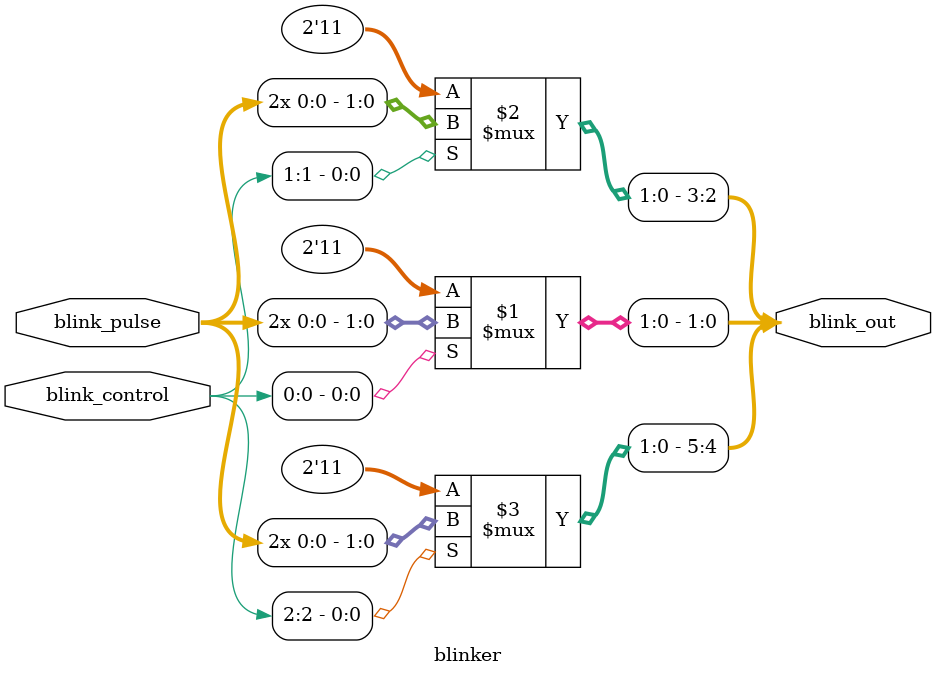
<source format=v>
`timescale 1ns / 100ps

module blinker(
    input wire blink_pulse,
    input wire[2:0] blink_control,
    output wire[5:0] blink_out
);
    assign blink_out = {
        blink_control[2] ? {2{blink_pulse}} : 2'b11,
        blink_control[1] ? {2{blink_pulse}} : 2'b11,
        blink_control[0] ? {2{blink_pulse}} : 2'b11
    };
endmodule


</source>
